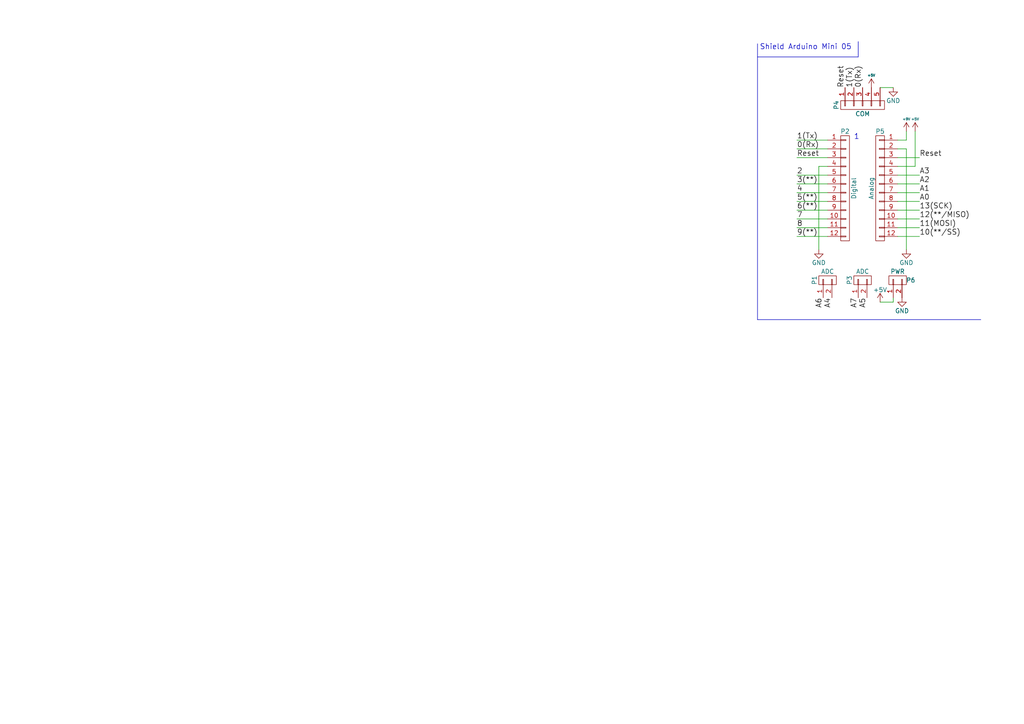
<source format=kicad_sch>
(kicad_sch (version 20230121) (generator eeschema)
  (paper "A4")
  (title_block (date "sam. 04 avril 2015"))
  (lib_symbols
    (symbol "Arduino_Mini-rescue:+5V" (power) (pin_names (offset 0))
      (property "Value" "+5V" (at 0 3.556 0))
      (symbol "+5V_0_1"
        (polyline (pts (xy -0.762 1.27) (xy 0 2.54)))
        (polyline (pts (xy 0 0) (xy 0 2.54)))
        (polyline (pts (xy 0 2.54) (xy 0.762 1.27)))
      )
      (symbol "+5V_1_1"
        (pin power_in line (at 0 0 90) (length 0) hide (name "+5V") (number "1"))
      )
    )
    (symbol "Arduino_Mini-rescue:+9V" (power) (pin_names (offset 0))
      (property "Value" "+9V" (at 0 3.556 0))
      (symbol "+9V_0_1"
        (polyline (pts (xy -0.762 1.27) (xy 0 2.54)))
        (polyline (pts (xy 0 0) (xy 0 2.54)))
        (polyline (pts (xy 0 2.54) (xy 0.762 1.27)))
      )
      (symbol "+9V_1_1"
        (pin power_in line (at 0 0 90) (length 0) hide (name "+9V") (number "1"))
      )
    )
    (symbol "Arduino_Mini-rescue:CONN_01X02" (pin_names (offset 1.016) hide)
      (property "Reference" "P" (at 0 3.81 0))
      (property "Value" "CONN_01X02" (at 2.54 0 90))
      (symbol "CONN_01X02_0_1"
        (rectangle (start -1.27 -1.143) (end 0.254 -1.397))
        (rectangle (start -1.27 1.397) (end 0.254 1.143))
        (rectangle (start -1.27 2.54) (end 1.27 -2.54))
      )
      (symbol "CONN_01X02_1_1"
        (pin passive line (at -5.08 1.27 0) (length 3.81) (name "P1") (number "1"))
        (pin passive line (at -5.08 -1.27 0) (length 3.81) (name "P2") (number "2"))
      )
    )
    (symbol "Arduino_Mini-rescue:CONN_01X05" (pin_names (offset 1.016) hide)
      (property "Reference" "P" (at 0 7.62 0))
      (property "Value" "CONN_01X05" (at 2.54 0 90))
      (symbol "CONN_01X05_0_1"
        (rectangle (start -1.27 -4.953) (end 0.254 -5.207))
        (rectangle (start -1.27 -2.413) (end 0.254 -2.667))
        (rectangle (start -1.27 0.127) (end 0.254 -0.127))
        (rectangle (start -1.27 2.667) (end 0.254 2.413))
        (rectangle (start -1.27 5.207) (end 0.254 4.953))
        (rectangle (start -1.27 6.35) (end 1.27 -6.35))
      )
      (symbol "CONN_01X05_1_1"
        (pin passive line (at -5.08 5.08 0) (length 3.81) (name "P1") (number "1"))
        (pin passive line (at -5.08 2.54 0) (length 3.81) (name "P2") (number "2"))
        (pin passive line (at -5.08 0 0) (length 3.81) (name "P3") (number "3"))
        (pin passive line (at -5.08 -2.54 0) (length 3.81) (name "P4") (number "4"))
        (pin passive line (at -5.08 -5.08 0) (length 3.81) (name "P5") (number "5"))
      )
    )
    (symbol "Arduino_Mini-rescue:CONN_01X12" (pin_names (offset 1.016) hide)
      (property "Reference" "P" (at 0 16.51 0))
      (property "Value" "CONN_01X12" (at 2.54 0 90))
      (symbol "CONN_01X12_0_1"
        (rectangle (start -1.27 -15.24) (end 1.27 15.24))
        (rectangle (start -1.27 -13.843) (end 0.254 -14.097))
        (rectangle (start -1.27 -11.303) (end 0.254 -11.557))
        (rectangle (start -1.27 -8.763) (end 0.254 -9.017))
        (rectangle (start -1.27 -6.223) (end 0.254 -6.477))
        (rectangle (start -1.27 -3.683) (end 0.254 -3.937))
        (rectangle (start -1.27 -1.143) (end 0.254 -1.397))
        (rectangle (start -1.27 1.397) (end 0.254 1.143))
        (rectangle (start -1.27 3.937) (end 0.254 3.683))
        (rectangle (start -1.27 6.477) (end 0.254 6.223))
        (rectangle (start -1.27 9.017) (end 0.254 8.763))
        (rectangle (start -1.27 11.557) (end 0.254 11.303))
        (rectangle (start -1.27 14.097) (end 0.254 13.843))
      )
      (symbol "CONN_01X12_1_1"
        (pin passive line (at -5.08 13.97 0) (length 3.81) (name "P1") (number "1"))
        (pin passive line (at -5.08 -8.89 0) (length 3.81) (name "P10") (number "10"))
        (pin passive line (at -5.08 -11.43 0) (length 3.81) (name "P11") (number "11"))
        (pin passive line (at -5.08 -13.97 0) (length 3.81) (name "P12") (number "12"))
        (pin passive line (at -5.08 11.43 0) (length 3.81) (name "P2") (number "2"))
        (pin passive line (at -5.08 8.89 0) (length 3.81) (name "P3") (number "3"))
        (pin passive line (at -5.08 6.35 0) (length 3.81) (name "P4") (number "4"))
        (pin passive line (at -5.08 3.81 0) (length 3.81) (name "P5") (number "5"))
        (pin passive line (at -5.08 1.27 0) (length 3.81) (name "P6") (number "6"))
        (pin passive line (at -5.08 -1.27 0) (length 3.81) (name "P7") (number "7"))
        (pin passive line (at -5.08 -3.81 0) (length 3.81) (name "P8") (number "8"))
        (pin passive line (at -5.08 -6.35 0) (length 3.81) (name "P9") (number "9"))
      )
    )
    (symbol "Arduino_Mini-rescue:GND" (power) (pin_names (offset 0))
      (property "Value" "GND" (at 0 -3.81 0))
      (symbol "GND_0_1"
        (polyline (pts (xy 0 0) (xy 0 -1.27) (xy 1.27 -1.27) (xy 0 -2.54) (xy -1.27 -1.27) (xy 0 -1.27)))
      )
      (symbol "GND_1_1"
        (pin power_in line (at 0 0 270) (length 0) hide (name "GND") (number "1"))
      )
    )
  )
  (polyline (pts (xy 219.71 92.71) (xy 219.71 12.7)))
  (wire (pts (xy 259.08 87.63) (xy 255.27 87.63)))
  (wire (pts (xy 259.08 86.36) (xy 259.08 87.63)))
  (wire (pts (xy 240.03 40.64) (xy 231.14 40.64)))
  (wire (pts (xy 266.7 68.58) (xy 260.35 68.58)))
  (wire (pts (xy 255.27 25.4) (xy 259.08 25.4)))
  (wire (pts (xy 231.14 50.8) (xy 240.03 50.8)))
  (wire (pts (xy 265.43 48.26) (xy 265.43 38.1)))
  (wire (pts (xy 262.89 40.64) (xy 262.89 38.1)))
  (polyline (pts (xy 284.48 92.71) (xy 219.71 92.71)))
  (wire (pts (xy 231.14 60.96) (xy 240.03 60.96)))
  (wire (pts (xy 240.03 53.34) (xy 231.14 53.34)))
  (wire (pts (xy 231.14 55.88) (xy 240.03 55.88)))
  (wire (pts (xy 266.7 55.88) (xy 260.35 55.88)))
  (wire (pts (xy 260.35 43.18) (xy 262.89 43.18)))
  (wire (pts (xy 240.03 63.5) (xy 231.14 63.5)))
  (wire (pts (xy 240.03 68.58) (xy 231.14 68.58)))
  (wire (pts (xy 266.7 53.34) (xy 260.35 53.34)))
  (wire (pts (xy 262.89 43.18) (xy 262.89 72.39)))
  (wire (pts (xy 237.49 48.26) (xy 237.49 72.39)))
  (wire (pts (xy 266.7 66.04) (xy 260.35 66.04)))
  (polyline (pts (xy 219.71 16.51) (xy 248.92 16.51)))
  (wire (pts (xy 231.14 66.04) (xy 240.03 66.04)))
  (wire (pts (xy 260.35 40.64) (xy 262.89 40.64)))
  (wire (pts (xy 266.7 63.5) (xy 260.35 63.5)))
  (wire (pts (xy 260.35 48.26) (xy 265.43 48.26)))
  (wire (pts (xy 266.7 45.72) (xy 260.35 45.72)))
  (wire (pts (xy 260.35 50.8) (xy 266.7 50.8)))
  (wire (pts (xy 266.7 58.42) (xy 260.35 58.42)))
  (wire (pts (xy 240.03 48.26) (xy 237.49 48.26)))
  (polyline (pts (xy 248.92 16.51) (xy 248.92 12.065)))
  (wire (pts (xy 231.14 43.18) (xy 240.03 43.18)))
  (wire (pts (xy 240.03 45.72) (xy 231.14 45.72)))
  (wire (pts (xy 260.35 60.96) (xy 266.7 60.96)))
  (wire (pts (xy 240.03 58.42) (xy 231.14 58.42)))
  (text "1" (at 247.65 40.64 0) (effects (font (size 1.524 1.524)) (justify left bottom)))
  (text "Shield Arduino Mini 05" (at 220.345 14.605 0) (effects (font (size 1.524 1.524)) (justify left bottom)))
  (label "9(**)" (at 231.14 68.58 0) (effects (font (size 1.524 1.524))))
  (label "10(**/SS)" (at 266.7 68.58 0) (effects (font (size 1.524 1.524))))
  (label "Reset" (at 231.14 45.72 0) (effects (font (size 1.524 1.524))))
  (label "3(**)" (at 231.14 53.34 0) (effects (font (size 1.524 1.524))))
  (label "1(Tx)" (at 231.14 40.64 0) (effects (font (size 1.524 1.524))))
  (label "Reset" (at 245.11 25.4 90) (effects (font (size 1.524 1.524))))
  (label "2" (at 231.14 50.8 0) (effects (font (size 1.524 1.524))))
  (label "A0" (at 266.7 58.42 0) (effects (font (size 1.524 1.524))))
  (label "A4" (at 241.3 86.36 270) (effects (font (size 1.524 1.524))))
  (label "A5" (at 251.46 86.36 270) (effects (font (size 1.524 1.524))))
  (label "0(Rx)" (at 250.19 25.4 90) (effects (font (size 1.524 1.524))))
  (label "7" (at 231.14 63.5 0) (effects (font (size 1.524 1.524))))
  (label "11(MOSI)" (at 266.7 66.04 0) (effects (font (size 1.524 1.524))))
  (label "0(Rx)" (at 231.14 43.18 0) (effects (font (size 1.524 1.524))))
  (label "Reset" (at 266.7 45.72 0) (effects (font (size 1.524 1.524))))
  (label "A7" (at 248.92 86.36 270) (effects (font (size 1.524 1.524))))
  (label "5(**)" (at 231.14 58.42 0) (effects (font (size 1.524 1.524))))
  (label "6(**)" (at 231.14 60.96 0) (effects (font (size 1.524 1.524))))
  (label "A1" (at 266.7 55.88 0) (effects (font (size 1.524 1.524))))
  (label "12(**/MISO)" (at 266.7 63.5 0) (effects (font (size 1.524 1.524))))
  (label "8" (at 231.14 66.04 0) (effects (font (size 1.524 1.524))))
  (label "1(Tx)" (at 247.65 25.4 90) (effects (font (size 1.524 1.524))))
  (label "4" (at 231.14 55.88 0) (effects (font (size 1.524 1.524))))
  (label "A2" (at 266.7 53.34 0) (effects (font (size 1.524 1.524))))
  (label "A6" (at 238.76 86.36 270) (effects (font (size 1.524 1.524))))
  (label "13(SCK)" (at 266.7 60.96 0) (effects (font (size 1.524 1.524))))
  (label "A3" (at 266.7 50.8 0) (effects (font (size 1.524 1.524))))
  (symbol (lib_id "Arduino_Mini-rescue:CONN_01X02") (at 240.03 81.28 90) (unit 1)
    (property "Reference" "P1" (at 236.22 81.28 0))
    (property "Value" "ADC" (at 240.03 78.74 90))
    (property "Footprint" "Socket_Arduino_Mini:Socket_Strip_Arduino_1x02" (effects hide))
  )
  (symbol (lib_id "Arduino_Mini-rescue:CONN_01X02") (at 250.19 81.28 90) (unit 1)
    (property "Reference" "P3" (at 246.38 81.28 0))
    (property "Value" "ADC" (at 250.19 78.74 90))
    (property "Footprint" "Socket_Arduino_Mini:Socket_Strip_Arduino_1x02" (effects hide))
  )
  (symbol (lib_id "Arduino_Mini-rescue:CONN_01X02") (at 260.35 81.28 90) (unit 1)
    (property "Reference" "P6" (at 264.16 81.28 90))
    (property "Value" "PWR" (at 260.35 78.74 90))
    (property "Footprint" "Socket_Arduino_Mini:Socket_Strip_Arduino_1x02" (effects hide))
  )
  (symbol (lib_id "Arduino_Mini-rescue:GND") (at 261.62 86.36 0) (unit 1)
    (property "Reference" "#PWR01" (effects hide))
    (property "Value" "GND" (at 261.62 90.17 0))
  )
  (symbol (lib_id "Arduino_Mini-rescue:+5V") (at 255.27 87.63 0) (unit 1)
    (property "Reference" "#PWR02" (effects hide))
    (property "Value" "+5V" (at 255.27 84.074 0))
  )
  (symbol (lib_id "Arduino_Mini-rescue:GND") (at 262.89 72.39 0) (unit 1)
    (property "Reference" "#PWR03" (effects hide))
    (property "Value" "GND" (at 262.89 76.2 0))
  )
  (symbol (lib_id "Arduino_Mini-rescue:CONN_01X12") (at 245.11 54.61 0) (unit 1)
    (property "Reference" "P2" (at 245.11 38.1 0))
    (property "Value" "Digital" (at 247.65 54.61 90))
    (property "Footprint" "Socket_Arduino_Mini:Socket_Strip_Arduino_1x12" (effects hide))
  )
  (symbol (lib_id "Arduino_Mini-rescue:CONN_01X12") (at 255.27 54.61 0) (mirror y) (unit 1)
    (property "Reference" "P5" (at 255.27 38.1 0))
    (property "Value" "Analog" (at 252.73 54.61 90))
    (property "Footprint" "Socket_Arduino_Mini:Socket_Strip_Arduino_1x12" (effects hide))
  )
  (symbol (lib_id "Arduino_Mini-rescue:GND") (at 237.49 72.39 0) (unit 1)
    (property "Reference" "#PWR04" (effects hide))
    (property "Value" "GND" (at 237.49 76.2 0))
  )
  (symbol (lib_id "Arduino_Mini-rescue:+9V") (at 262.89 38.1 0) (unit 1)
    (property "Reference" "#PWR05" (effects hide))
    (property "Value" "+9V" (at 262.89 34.544 0) (effects (font (size 0.7112 0.7112))))
  )
  (symbol (lib_id "Arduino_Mini-rescue:+5V") (at 265.43 38.1 0) (unit 1)
    (property "Reference" "#PWR06" (effects hide))
    (property "Value" "+5V" (at 265.43 34.544 0) (effects (font (size 0.7112 0.7112))))
  )
  (symbol (lib_id "Arduino_Mini-rescue:CONN_01X05") (at 250.19 30.48 90) (mirror x) (unit 1)
    (property "Reference" "P4" (at 242.57 30.48 0))
    (property "Value" "COM" (at 250.19 33.02 90))
    (property "Footprint" "Socket_Arduino_Mini:Socket_Strip_Arduino_1x05" (effects hide))
  )
  (symbol (lib_id "Arduino_Mini-rescue:+5V") (at 252.73 25.4 0) (unit 1)
    (property "Reference" "#PWR07" (effects hide))
    (property "Value" "+5V" (at 252.73 21.844 0) (effects (font (size 0.7112 0.7112))))
  )
  (symbol (lib_id "Arduino_Mini-rescue:GND") (at 259.08 25.4 0) (unit 1)
    (property "Reference" "#PWR08" (effects hide))
    (property "Value" "GND" (at 259.08 29.21 0))
  )
)
</source>
